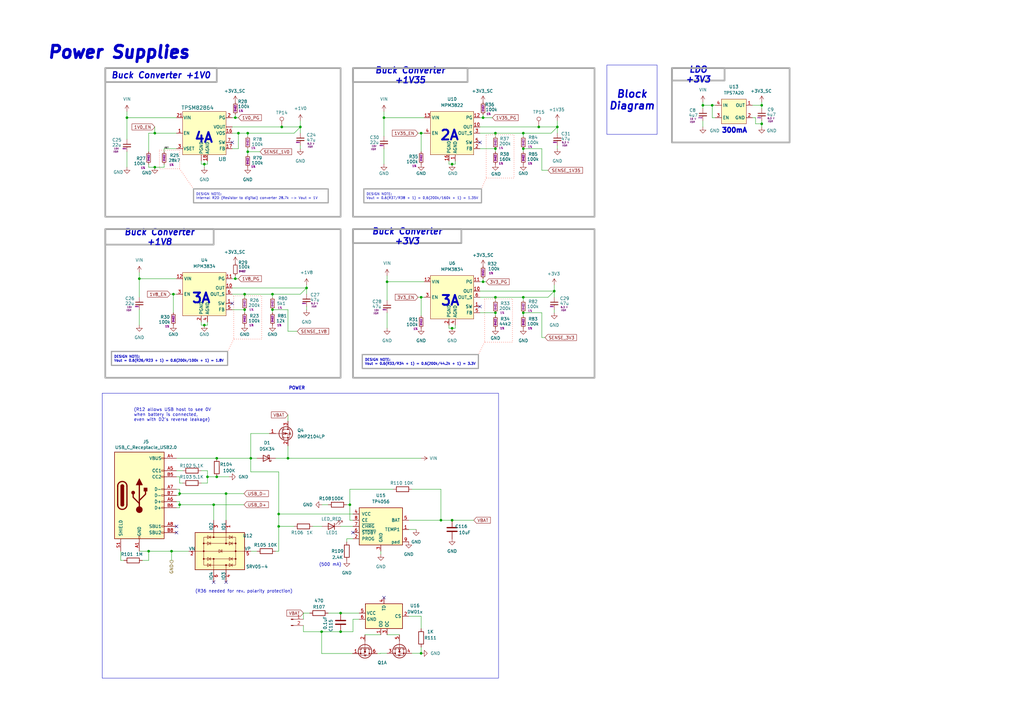
<source format=kicad_sch>
(kicad_sch (version 20250114) (generator "eeschema") (generator_version "9.0")
  (paper "A3")
  (title_block (title "Power Supplies") (date "2024-09-22") (rev "1.0"))
  (rectangle (start 198.755 122.555) (end 210.185 140.335) (stroke (width 0.2) (type dot) (color 255 28 5 1)))
  (rectangle (start 41.91 161.29) (end 204.47 278.13))
  (rectangle (start 43.18 93.98) (end 139.7 154.94) (stroke (width 0.7) (color 168 168 168 1)))
  (rectangle (start 199.39 55.245) (end 210.82 73.025) (stroke (width 0.2) (type dot) (color 255 28 5 1)))
  (rectangle (start 65.405 61.595) (end 73.66 69.215) (stroke (width 0.2) (type dot) (color 255 28 5 1)))
  (rectangle (start 275.59 27.94) (end 323.85 58.42) (stroke (width 0.7) (color 168 168 168 1)))
  (rectangle (start 43.18 27.94) (end 139.7 88.9) (stroke (width 0.7) (color 168 168 168 1)))
  (rectangle (start 144.78 27.94) (end 243.84 88.9) (stroke (width 0.7) (color 168 168 168 1)))
  (rectangle (start 95.885 121.285) (end 107.315 139.065) (stroke (width 0.2) (type dot) (color 255 28 5 1)))
  (rectangle (start 144.78 93.98) (end 243.84 154.94) (stroke (width 0.7) (color 168 168 168 1)))
  (text "2A" (at 184.404 55.626 0) (effects (font (size 4 4) (thickness 0.8) (bold yes))))
  (text "POWER" (at 118.364 160.02 0) (effects (font (size 1.27 1.27) (thickness 0.254) (bold yes)) (justify left bottom)))
  (text "(500 mA)" (at 130.81 232.41 0) (effects (font (size 1.27 1.27)) (justify left bottom)))
  (text "(R12 allows USB host to see 0V\nwhen battery is connected,\neven with D2's reverse leakage)" (at 54.864 172.974 0) (effects (font (size 1.27 1.27)) (justify left bottom)))
  (text "4A" (at 83.566 56.642 0) (effects (font (size 4 4) (thickness 0.8) (bold yes))))
  (text "Power Supplies" (at 48.768 21.59 0) (effects (font (size 5 5) (thickness 1.2) (bold yes) (italic yes))))
  (text "(R36 needed for rev. polarity protection)" (at 80.01 243.332 0) (effects (font (size 1.27 1.27)) (justify left bottom)))
  (text "3A" (at 184.658 123.444 0) (effects (font (size 4 4) (thickness 0.8) (bold yes))))
  (text "3A" (at 82.55 122.428 0) (effects (font (size 4 4) (thickness 0.8) (bold yes))))
  (text "300mA" (at 301.244 53.594 0) (effects (font (size 2 2) (thickness 0.8) (bold yes))))
  (text_box "Buck Converter +3V3" (at 144.78 93.98 0) (size 44.45 5.715) (margins 2.225 2.225 2.225 2.225) (stroke (width 0.7) (color 168 168 168 1)) (effects (font (size 2.5 2.5) (bold yes) (italic yes))))
  (text_box "DESIGN NOTE:\nInternal R2D (Resistor to digital) converter 28.7k -> Vout = 1V" (at 79.375 77.47 0) (size 55.245 5.715) (margins 1 1 1 1) (stroke (width 0.5) (color 168 168 168 1)) (effects (font (size 1 1) (thickness 0.125)) (justify left)))
  (text_box "Block\nDiagram" (at 248.92 26.67 0) (size 20.574 28.448) (margins 2.25 2.25 2.25 2.25) (effects (font (size 3 3) (thickness 0.6) (bold yes) (italic yes))))
  (text_box "DESIGN NOTE:\nVout = 0.6(R33/R34 + 1) = 0,6(200k/44.2k + 1) = 3.3V" (at 148.59 145.415 0) (size 47.625 5.715) (margins 1 1 1 1) (stroke (width 0.5) (color 168 168 168 1)) (effects (font (size 1 1) (bold yes)) (justify left)))
  (text_box "LDO +3V3" (at 275.59 27.94 0) (size 21.59 5.08) (margins 2.225 2.225 2.225 2.225) (stroke (width 0.7) (color 168 168 168 1)) (effects (font (size 2.5 2.5) (bold yes) (italic yes))))
  (text_box "Buck Converter +1V35" (at 144.78 27.94 0) (size 46.99 5.715) (margins 2.225 2.225 2.225 2.225) (stroke (width 0.7) (color 168 168 168 1)) (effects (font (size 2.5 2.5) (bold yes) (italic yes))))
  (text_box "DESIGN NOTE:\nVout = 0.6(R37/R38 + 1) = 0,6(200k/160k + 1) = 1.35V" (at 149.225 77.47 0) (size 48.26 5.715) (margins 1 1 1 1) (stroke (width 0.5) (color 168 168 168 1)) (effects (font (size 1 1) (thickness 0.125)) (justify left)))
  (text_box "DESIGN NOTE:\nVout = 0.6(R26/R23 + 1) = 0.6(200k/100k + 1) = 1.8V" (at 45.72 144.145 0) (size 47.625 5.715) (margins 1 1 1 1) (stroke (width 0.5) (color 168 168 168 1)) (effects (font (size 1 1) (bold yes)) (justify left)))
  (text_box "Buck Converter +1V8" (at 43.18 93.98 0) (size 44.45 6.35) (margins 2.225 2.225 2.225 2.225) (stroke (width 0.7) (color 168 168 168 1)) (effects (font (size 2.5 2.5) (bold yes) (italic yes))))
  (text_box "Buck Converter +1V0" (at 43.18 27.94 0) (size 45.72 5.715) (margins 2.225 2.225 2.225 2.225) (stroke (width 0.7) (color 168 168 168 1)) (effects (font (size 2.5 2.5) (bold yes) (italic yes))))
  (junction (at 111.76 120.65))
  (junction (at 139.7 251.46))
  (junction (at 228.6 52.07))
  (junction (at 172.72 54.61))
  (junction (at 100.33 120.65))
  (junction (at 114.3 215.9))
  (junction (at 63.5 54.61))
  (junction (at 185.42 213.36))
  (junction (at 125.73 118.11))
  (junction (at 88.9 195.58))
  (junction (at 312.42 43.18))
  (junction (at 85.09 195.58))
  (junction (at 203.2 128.27))
  (junction (at 73.66 202.438))
  (junction (at 123.19 52.07))
  (junction (at 185.42 67.31))
  (junction (at 71.12 120.65))
  (junction (at 203.2 60.96))
  (junction (at 214.63 121.92))
  (junction (at 87.63 207.01))
  (junction (at 158.75 115.57))
  (junction (at 101.6 54.61))
  (junction (at 114.3 210.82))
  (junction (at 118.11 187.96))
  (junction (at 96.52 48.26))
  (junction (at 220.98 52.07))
  (junction (at 214.63 128.27))
  (junction (at 52.07 48.26))
  (junction (at 88.9 187.96))
  (junction (at 111.76 127))
  (junction (at 312.42 50.8))
  (junction (at 203.2 54.61))
  (junction (at 92.71 202.438))
  (junction (at 83.82 133.35))
  (junction (at 101.6 62.23))
  (junction (at 292.1 43.18))
  (junction (at 214.63 60.96))
  (junction (at 83.82 67.31))
  (junction (at 143.51 207.01))
  (junction (at 198.12 115.57))
  (junction (at 214.63 54.61))
  (junction (at 97.79 54.61))
  (junction (at 139.7 259.08))
  (junction (at 63.5 68.58))
  (junction (at 96.52 114.3))
  (junction (at 57.15 114.3))
  (junction (at 185.42 134.62))
  (junction (at 60.96 226.06))
  (junction (at 288.29 43.18))
  (junction (at 157.48 48.26))
  (junction (at 131.9078 259.08))
  (junction (at 73.66 207.01))
  (junction (at 227.33 119.38))
  (junction (at 172.72 121.92))
  (junction (at 115.57 52.07))
  (junction (at 198.12 48.26))
  (junction (at 172.72 267.97))
  (junction (at 102.87 187.96))
  (junction (at 203.2 121.92))
  (junction (at 70.358 226.06))
  (junction (at 180.848 213.36))
  (junction (at 100.33 127))
  (no_connect (at 92.71 238.76))
  (no_connect (at 95.25 124.46))
  (no_connect (at 72.39 215.9))
  (no_connect (at 87.63 238.76))
  (no_connect (at 196.85 58.42))
  (no_connect (at 157.48 245.11))
  (no_connect (at 95.25 58.42))
  (no_connect (at 144.78 218.44))
  (no_connect (at 196.85 125.73))
  (no_connect (at 72.39 218.44))
  (wire (pts (xy 97.79 54.61) (xy 97.79 60.96)) (stroke (width 0.1524)))
  (wire (pts (xy 186.69 133.35) (xy 186.69 134.62)))
  (wire (pts (xy 149.6878 260.35) (xy 156.21 260.35)))
  (wire (pts (xy 72.39 200.66) (xy 73.66 200.66)))
  (wire (pts (xy 214.63 60.96) (xy 214.63 62.23)))
  (wire (pts (xy 57.15 114.3) (xy 72.39 114.3)))
  (wire (pts (xy 158.75 260.35) (xy 163.83 260.35)))
  (wire (pts (xy 228.6 52.07) (xy 228.6 54.61)))
  (wire (pts (xy 72.39 195.58) (xy 73.66 195.58)))
  (wire (pts (xy 73.66 205.74) (xy 73.66 207.01)))
  (wire (pts (xy 132.08 207.01) (xy 134.62 207.01)))
  (wire (pts (xy 67.31 60.96) (xy 72.39 60.96)))
  (wire (pts (xy 87.63 207.01) (xy 100.076 207.01)))
  (wire (pts (xy 309.88 50.8) (xy 309.88 48.26)))
  (wire (pts (xy 220.98 52.07) (xy 228.6 52.07)))
  (wire (pts (xy 222.25 138.43) (xy 223.52 138.43)))
  (wire (pts (xy 49.53 229.87) (xy 50.8 229.87)))
  (wire (pts (xy 58.42 229.87) (xy 60.96 229.87)))
  (wire (pts (xy 171.45 54.61) (xy 172.72 54.61)))
  (wire (pts (xy 196.85 119.38) (xy 227.33 119.38)))
  (wire (pts (xy 172.72 121.92) (xy 172.72 129.54)))
  (wire (pts (xy 288.29 49.53) (xy 288.29 52.07)))
  (wire (pts (xy 101.6 63.5) (xy 101.6 62.23)))
  (wire (pts (xy 312.42 41.91) (xy 312.42 43.18)))
  (wire (pts (xy 85.09 67.31) (xy 85.09 66.04)))
  (wire (pts (xy 312.42 43.18) (xy 312.42 44.45)))
  (wire (pts (xy 203.2 123.19) (xy 203.2 121.92)) (stroke (width 0.1524)))
  (wire (pts (xy 227.33 116.84) (xy 227.33 119.38)))
  (wire (pts (xy 100.33 120.65) (xy 111.76 120.65)) (stroke (width 0.1524)))
  (wire (pts (xy 101.6 54.61) (xy 120.65 54.61)) (stroke (width 0.1524)))
  (wire (pts (xy 198.12 115.57) (xy 196.85 115.57)))
  (wire (pts (xy 172.72 265.43) (xy 172.72 267.97)))
  (wire (pts (xy 60.96 68.58) (xy 63.5 68.58)))
  (wire (pts (xy 154.7678 268.0301) (xy 156.0378 268.0301)))
  (wire (pts (xy 111.76 120.65) (xy 111.76 121.92)) (stroke (width 0.1524)))
  (wire (pts (xy 196.85 52.07) (xy 220.98 52.07)))
  (wire (pts (xy 57.15 226.06) (xy 60.96 226.06)))
  (wire (pts (xy 198.12 114.3) (xy 198.12 115.57)))
  (wire (pts (xy 180.848 200.66) (xy 180.848 213.36)))
  (wire (pts (xy 214.63 129.54) (xy 214.63 128.27)))
  (wire (pts (xy 203.2 54.61) (xy 214.63 54.61)) (stroke (width 0.1524)))
  (wire (pts (xy 144.78 213.36) (xy 143.51 213.36)))
  (wire (pts (xy 144.78 259.08) (xy 144.78 254)))
  (wire (pts (xy 184.15 66.04) (xy 184.15 67.31)))
  (wire (pts (xy 114.3 193.548) (xy 114.3 210.82)))
  (wire (pts (xy 60.96 229.87) (xy 60.96 226.06)))
  (wire (pts (xy 167.64 252.73) (xy 172.72 252.73)))
  (wire (pts (xy 144.78 220.98) (xy 142.24 220.98)))
  (wire (pts (xy 185.42 134.62) (xy 186.69 134.62)))
  (wire (pts (xy 114.3 210.82) (xy 114.3 215.9)))
  (wire (pts (xy 124.46 251.46) (xy 124.46 254)))
  (wire (pts (xy 87.63 213.36) (xy 87.63 207.01)))
  (wire (pts (xy 73.66 195.58) (xy 73.66 198.12)))
  (wire (pts (xy 214.63 54.61) (xy 214.63 55.88)) (stroke (width 0.1524)))
  (wire (pts (xy 227.33 128.27) (xy 227.33 127)))
  (wire (pts (xy 125.73 116.84) (xy 125.73 118.11)))
  (wire (pts (xy 156.21 226.06) (xy 156.21 227.33)))
  (wire (pts (xy 57.15 133.35) (xy 57.15 127)))
  (wire (pts (xy 312.42 49.53) (xy 312.42 50.8)))
  (wire (pts (xy 72.39 205.74) (xy 73.66 205.74)))
  (wire (pts (xy 95.25 120.65) (xy 100.33 120.65)) (stroke (width 0.1524)))
  (wire (pts (xy 131.9078 268.0301) (xy 144.6078 268.0301)))
  (wire (pts (xy 63.5 54.61) (xy 72.39 54.61)))
  (wire (pts (xy 113.03 187.96) (xy 118.11 187.96)))
  (wire (pts (xy 124.46 259.08) (xy 131.9078 259.08)))
  (wire (pts (xy 49.53 226.06) (xy 49.53 229.87)))
  (wire (pts (xy 123.19 54.61) (xy 123.19 52.07)))
  (wire (pts (xy 96.52 48.26) (xy 95.25 48.26)))
  (wire (pts (xy 101.6 62.23) (xy 106.68 62.23)))
  (wire (pts (xy 73.66 207.01) (xy 87.63 207.01)))
  (wire (pts (xy 57.15 114.3) (xy 57.15 121.92)))
  (wire (pts (xy 118.11 187.96) (xy 172.72 187.96)))
  (wire (pts (xy 196.85 60.96) (xy 203.2 60.96)))
  (wire (pts (xy 167.64 217.17) (xy 170.688 217.17)))
  (wire (pts (xy 100.33 121.92) (xy 100.33 120.65)) (stroke (width 0.1524)))
  (wire (pts (xy 82.55 133.35) (xy 83.82 133.35)))
  (wire (pts (xy 222.25 60.96) (xy 214.63 60.96)))
  (wire (pts (xy 125.73 118.11) (xy 125.73 120.65)))
  (wire (pts (xy 102.87 177.8) (xy 102.87 187.96)))
  (wire (pts (xy 85.09 132.08) (xy 85.09 133.35)))
  (wire (pts (xy 114.3 210.82) (xy 144.78 210.82)))
  (wire (pts (xy 184.15 134.62) (xy 185.42 134.62)))
  (wire (pts (xy 52.07 48.26) (xy 72.39 48.26)))
  (wire (pts (xy 309.88 48.26) (xy 308.61 48.26)))
  (wire (pts (xy 201.93 48.26) (xy 198.12 48.26)))
  (wire (pts (xy 95.25 54.61) (xy 97.79 54.61)) (stroke (width 0.1524)))
  (polyline (pts (xy 73.66 69.215) (xy 79.375 77.47)) (stroke (width 0.2) (type dot) (color 255 28 5 1)))
  (wire (pts (xy 185.42 67.31) (xy 186.69 67.31)))
  (wire (pts (xy 168.91 200.66) (xy 180.848 200.66)))
  (wire (pts (xy 222.25 69.85) (xy 222.25 60.96)))
  (wire (pts (xy 288.29 41.91) (xy 288.29 43.18)))
  (wire (pts (xy 308.61 43.18) (xy 312.42 43.18)))
  (wire (pts (xy 157.48 45.72) (xy 157.48 48.26)))
  (wire (pts (xy 309.88 50.8) (xy 312.42 50.8)))
  (wire (pts (xy 143.51 207.01) (xy 143.51 200.66)))
  (wire (pts (xy 72.39 120.65) (xy 71.12 120.65)))
  (wire (pts (xy 63.5 68.58) (xy 67.31 68.58)))
  (wire (pts (xy 157.48 48.26) (xy 157.48 55.88)))
  (wire (pts (xy 88.9 195.58) (xy 93.98 195.58)))
  (wire (pts (xy 156.0378 267.97) (xy 158.75 267.97)))
  (wire (pts (xy 214.63 121.92) (xy 224.79 121.92)) (stroke (width 0.1524)))
  (wire (pts (xy 196.85 121.92) (xy 203.2 121.92)) (stroke (width 0.1524)))
  (wire (pts (xy 224.79 121.92) (xy 227.33 119.38)) (stroke (width 0.1524)))
  (wire (pts (xy 70.358 226.06) (xy 77.47 226.06)))
  (wire (pts (xy 95.25 60.96) (xy 97.79 60.96)) (stroke (width 0.1524)))
  (wire (pts (xy 102.87 226.06) (xy 105.41 226.06)))
  (wire (pts (xy 92.71 202.438) (xy 100.076 202.438)))
  (wire (pts (xy 102.87 193.548) (xy 102.87 187.96)))
  (wire (pts (xy 57.15 111.76) (xy 57.15 114.3)))
  (wire (pts (xy 115.57 52.07) (xy 123.19 52.07)))
  (wire (pts (xy 95.25 52.07) (xy 115.57 52.07)))
  (polyline (pts (xy 199.39 73.025) (xy 197.485 77.47)) (stroke (width 0.2) (type dot) (color 255 28 5 1)))
  (wire (pts (xy 101.6 62.23) (xy 101.6 60.96)))
  (wire (pts (xy 227.33 119.38) (xy 227.33 121.92)))
  (wire (pts (xy 203.2 62.23) (xy 203.2 60.96)))
  (wire (pts (xy 228.6 60.96) (xy 228.6 59.69)))
  (wire (pts (xy 172.72 54.61) (xy 173.99 54.61)))
  (wire (pts (xy 198.12 48.26) (xy 196.85 48.26)))
  (wire (pts (xy 172.72 267.97) (xy 168.91 267.97)))
  (wire (pts (xy 131.9078 259.08) (xy 139.7 259.08)))
  (wire (pts (xy 123.19 49.53) (xy 123.19 52.07)))
  (wire (pts (xy 60.96 68.58) (xy 60.96 67.31)))
  (wire (pts (xy 118.11 127) (xy 111.76 127)))
  (wire (pts (xy 292.1 43.18) (xy 292.1 48.26)))
  (wire (pts (xy 184.15 133.35) (xy 184.15 134.62)))
  (wire (pts (xy 102.87 187.96) (xy 105.41 187.96)))
  (wire (pts (xy 293.37 48.26) (xy 292.1 48.26)))
  (wire (pts (xy 101.6 54.61) (xy 101.6 55.88)) (stroke (width 0.1524)))
  (wire (pts (xy 73.66 202.438) (xy 92.71 202.438)))
  (wire (pts (xy 123.19 120.65) (xy 125.73 118.11)) (stroke (width 0.1524)))
  (wire (pts (xy 60.96 226.06) (xy 70.358 226.06)))
  (wire (pts (xy 82.55 193.04) (xy 85.09 193.04)))
  (wire (pts (xy 186.69 66.04) (xy 186.69 67.31)))
  (wire (pts (xy 288.29 43.18) (xy 288.29 44.45)))
  (wire (pts (xy 312.42 50.8) (xy 312.42 52.07)))
  (wire (pts (xy 199.39 115.57) (xy 198.12 115.57)))
  (wire (pts (xy 158.75 115.57) (xy 158.75 123.19)))
  (wire (pts (xy 85.09 195.58) (xy 85.09 198.12)))
  (wire (pts (xy 124.46 251.46) (xy 127 251.46)))
  (wire (pts (xy 198.12 46.99) (xy 198.12 48.26)))
  (wire (pts (xy 149.6878 260.35) (xy 149.6878 260.4101)))
  (wire (pts (xy 67.31 60.96) (xy 67.31 62.23)))
  (wire (pts (xy 292.1 43.18) (xy 293.37 43.18)))
  (wire (pts (xy 88.9 187.96) (xy 102.87 187.96)))
  (wire (pts (xy 100.33 128.27) (xy 100.33 127)))
  (wire (pts (xy 92.71 202.438) (xy 92.71 213.36)))
  (wire (pts (xy 118.11 135.89) (xy 118.11 127)))
  (wire (pts (xy 156.0378 268.0301) (xy 156.0378 267.97)))
  (wire (pts (xy 158.75 113.03) (xy 158.75 115.57)))
  (wire (pts (xy 60.96 54.61) (xy 60.96 62.23)))
  (wire (pts (xy 222.25 138.43) (xy 222.25 128.27)))
  (wire (pts (xy 97.79 48.26) (xy 96.52 48.26)))
  (wire (pts (xy 69.85 120.65) (xy 71.12 120.65)))
  (wire (pts (xy 120.65 54.61) (xy 123.19 52.07)) (stroke (width 0.1524)))
  (wire (pts (xy 118.11 170.18) (xy 118.11 172.72)))
  (wire (pts (xy 73.66 208.28) (xy 72.39 208.28)))
  (wire (pts (xy 114.3 226.06) (xy 114.3 215.9)))
  (wire (pts (xy 96.52 46.99) (xy 96.52 48.26)))
  (wire (pts (xy 222.25 128.27) (xy 214.63 128.27)))
  (wire (pts (xy 70.358 229.87) (xy 70.358 226.06)))
  (wire (pts (xy 96.52 113.03) (xy 96.52 114.3)))
  (wire (pts (xy 157.48 48.26) (xy 173.99 48.26)))
  (wire (pts (xy 114.3 193.548) (xy 102.87 193.548)))
  (wire (pts (xy 214.63 54.61) (xy 226.06 54.61)) (stroke (width 0.1524)))
  (wire (pts (xy 110.49 177.8) (xy 102.87 177.8)))
  (wire (pts (xy 52.07 68.58) (xy 52.07 62.23)))
  (wire (pts (xy 111.76 120.65) (xy 123.19 120.65)) (stroke (width 0.1524)))
  (wire (pts (xy 157.48 67.31) (xy 157.48 60.96)))
  (wire (pts (xy 63.5 52.07) (xy 63.5 54.61)))
  (wire (pts (xy 97.79 54.61) (xy 101.6 54.61)) (stroke (width 0.1524)))
  (wire (pts (xy 139.7 215.9) (xy 144.78 215.9)))
  (wire (pts (xy 142.24 220.98) (xy 142.24 222.25)))
  (wire (pts (xy 128.27 215.9) (xy 132.08 215.9)))
  (wire (pts (xy 73.66 198.12) (xy 74.93 198.12)))
  (wire (pts (xy 143.51 200.66) (xy 161.29 200.66)))
  (wire (pts (xy 172.72 252.73) (xy 172.72 257.81)))
  (wire (pts (xy 83.82 68.58) (xy 83.82 67.31)))
  (wire (pts (xy 85.09 67.31) (xy 83.82 67.31)))
  (wire (pts (xy 60.96 54.61) (xy 63.5 54.61)))
  (wire (pts (xy 82.55 67.31) (xy 82.55 66.04)))
  (wire (pts (xy 118.11 182.88) (xy 118.11 187.96)))
  (wire (pts (xy 158.75 115.57) (xy 173.99 115.57)))
  (wire (pts (xy 72.39 187.96) (xy 88.9 187.96)))
  (wire (pts (xy 113.03 226.06) (xy 114.3 226.06)))
  (wire (pts (xy 73.66 207.01) (xy 73.66 208.28)))
  (wire (pts (xy 85.09 198.12) (xy 82.55 198.12)))
  (wire (pts (xy 85.09 193.04) (xy 85.09 195.58)))
  (wire (pts (xy 196.85 54.61) (xy 203.2 54.61)) (stroke (width 0.1524)))
  (wire (pts (xy 52.07 45.72) (xy 52.07 48.26)))
  (polyline (pts (xy 198.755 140.335) (xy 196.215 145.415)) (stroke (width 0.2) (type dot) (color 255 28 5 1)))
  (wire (pts (xy 82.55 67.31) (xy 83.82 67.31)))
  (wire (pts (xy 222.25 69.85) (xy 224.79 69.85)))
  (wire (pts (xy 226.06 54.61) (xy 228.6 52.07)) (stroke (width 0.1524)))
  (wire (pts (xy 131.9078 259.08) (xy 131.9078 268.0301)))
  (wire (pts (xy 184.15 67.31) (xy 185.42 67.31)))
  (wire (pts (xy 111.76 127) (xy 111.76 128.27)))
  (wire (pts (xy 114.3 215.9) (xy 120.65 215.9)))
  (wire (pts (xy 74.93 193.04) (xy 72.39 193.04)))
  (wire (pts (xy 73.66 203.2) (xy 72.39 203.2)))
  (wire (pts (xy 97.79 114.3) (xy 96.52 114.3)))
  (wire (pts (xy 196.85 128.27) (xy 203.2 128.27)))
  (wire (pts (xy 95.25 118.11) (xy 125.73 118.11)))
  (wire (pts (xy 123.19 60.96) (xy 123.19 59.69)))
  (wire (pts (xy 73.66 202.438) (xy 73.66 203.2)))
  (wire (pts (xy 142.24 207.01) (xy 143.51 207.01)))
  (wire (pts (xy 139.7 259.08) (xy 144.78 259.08)))
  (wire (pts (xy 172.72 54.61) (xy 172.72 62.23)))
  (wire (pts (xy 158.75 134.62) (xy 158.75 128.27)))
  (wire (pts (xy 124.46 256.54) (xy 124.46 259.08)))
  (wire (pts (xy 203.2 121.92) (xy 214.63 121.92)) (stroke (width 0.1524)))
  (wire (pts (xy 67.31 67.31) (xy 67.31 68.58)))
  (wire (pts (xy 134.62 251.46) (xy 139.7 251.46)))
  (wire (pts (xy 228.6 49.53) (xy 228.6 52.07)))
  (wire (pts (xy 185.42 213.36) (xy 194.31 213.36)))
  (wire (pts (xy 180.848 213.36) (xy 185.42 213.36)))
  (wire (pts (xy 214.63 121.92) (xy 214.63 123.19)) (stroke (width 0.1524)))
  (wire (pts (xy 73.66 200.66) (xy 73.66 202.438)))
  (wire (pts (xy 288.29 43.18) (xy 292.1 43.18)))
  (wire (pts (xy 144.78 254) (xy 147.32 254)))
  (wire (pts (xy 203.2 55.88) (xy 203.2 54.61)) (stroke (width 0.1524)))
  (wire (pts (xy 167.64 213.36) (xy 180.848 213.36)))
  (wire (pts (xy 82.55 132.08) (xy 82.55 133.35)))
  (polyline (pts (xy 95.885 139.065) (xy 93.345 144.145)) (stroke (width 0.2) (type dot) (color 255 28 5 1)))
  (wire (pts (xy 139.7 251.46) (xy 147.32 251.46)))
  (wire (pts (xy 171.45 121.92) (xy 172.72 121.92)))
  (wire (pts (xy 125.73 127) (xy 125.73 125.73)))
  (wire (pts (xy 203.2 129.54) (xy 203.2 128.27)))
  (wire (pts (xy 143.51 213.36) (xy 143.51 207.01)))
  (wire (pts (xy 96.52 114.3) (xy 95.25 114.3)))
  (wire (pts (xy 52.07 57.15) (xy 52.07 48.26)))
  (wire (pts (xy 95.25 127) (xy 100.33 127)))
  (wire (pts (xy 71.12 120.65) (xy 71.12 128.27)))
  (wire (pts (xy 85.09 195.58) (xy 88.9 195.58)))
  (wire (pts (xy 172.72 121.92) (xy 173.99 121.92)))
  (wire (pts (xy 85.09 133.35) (xy 83.82 133.35)))
  (wire (pts (xy 118.11 135.89) (xy 121.92 135.89)))
  (label "VSET" (at 67.31 60.96 0) (effects (font (size 0.5 0.5))))
  (global_label "3V3_EN" (shape input) (at 171.45 121.92 180) (property "Intersheetrefs" "${INTERSHEET_REFS}" (effects (hide yes))))
  (global_label "1V35_EN" (shape input) (at 171.45 54.61 180) (property "Intersheetrefs" "${INTERSHEET_REFS}" (effects (hide yes))))
  (global_label "3V3_PG" (shape input) (at 199.39 115.57 0) (property "Intersheetrefs" "${INTERSHEET_REFS}" (effects (hide yes))))
  (global_label "1V8_EN" (shape input) (at 69.85 120.65 180) (property "Intersheetrefs" "${INTERSHEET_REFS}" (effects (hide yes))))
  (global_label "1V35_PG" (shape input) (at 201.93 48.26 0) (property "Intersheetrefs" "${INTERSHEET_REFS}" (effects (hide yes))))
  (global_label "SENSE_3V3" (shape input) (at 223.52 138.43 0) (property "Intersheetrefs" "${INTERSHEET_REFS}" (effects (hide yes))))
  (global_label "USB_D-" (shape input) (at 100.076 202.438 0) (property "Intersheetrefs" "${INTERSHEET_REFS}" (effects (hide yes))))
  (global_label "VBAT" (shape input) (at 124.46 251.46 180) (property "Intersheetrefs" "${INTERSHEET_REFS}" (effects (hide yes))))
  (global_label "VBAT" (shape input) (at 194.31 213.36 0) (property "Intersheetrefs" "${INTERSHEET_REFS}" (effects (hide yes))))
  (global_label "1V0_EN" (shape input) (at 63.5 52.07 180) (property "Intersheetrefs" "${INTERSHEET_REFS}" (effects (hide yes))))
  (global_label "SENSE_1V35" (shape input) (at 224.79 69.85 0) (property "Intersheetrefs" "${INTERSHEET_REFS}" (effects (hide yes))))
  (global_label "SENSE_1V0" (shape input) (at 106.68 62.23 0) (property "Intersheetrefs" "${INTERSHEET_REFS}" (effects (hide yes))))
  (global_label "1V8_PG" (shape input) (at 97.79 114.3 0) (property "Intersheetrefs" "${INTERSHEET_REFS}" (effects (hide yes))))
  (global_label "USB_D+" (shape input) (at 100.076 207.01 0) (property "Intersheetrefs" "${INTERSHEET_REFS}" (effects (hide yes))))
  (global_label "VBAT" (shape input) (at 118.11 170.18 180) (property "Intersheetrefs" "${INTERSHEET_REFS}" (effects (hide yes))))
  (global_label "SENSE_1V8" (shape input) (at 121.92 135.89 0) (property "Intersheetrefs" "${INTERSHEET_REFS}" (effects (hide yes))))
  (global_label "1V0_PG" (shape input) (at 97.79 48.26 0) (property "Intersheetrefs" "${INTERSHEET_REFS}" (effects (hide yes))))
  (hierarchical_label "GND" (shape output) (at 70.358 229.87 270))
  (symbol (lib_id "Device:R_Small") (at 203.2 58.42 0) (unit 1)
    (property "Reference" "R37" (at 204.978 56.896 0) (effects (justify left)))
    (property "Value" "200k" (at 204.724 58.928 0) (effects (justify left)))
    (property "Footprint" "Resistor_SMD:R_0402_1005Metric" (effects (hide yes)))
    (property "Description" "Resistor, small symbol" (effects (hide yes)))
    (property "Tolerance" "1%" (at 205.486 60.706 0) (effects (font (size 0.8 0.8))))
    (property "Package" "0402" (at 203.2 58.42 90) (effects (font (size 0.7 0.7))))
    (property "LCSC Part" "C137903" (effects (hide yes)))
  )
  (symbol (lib_id "MyLibrary:TPS7A20") (at 300.99 45.72 0) (unit 1)
    (property "Reference" "U13" (at 300.99 35.56 0))
    (property "Value" "TPS7A20" (at 300.99 38.1 0))
    (property "Footprint" "Mylibrary:TLV707" (effects (hide yes)))
    (property "LCSC Part" "gia" (effects (hide yes)))
  )
  (symbol (lib_id "power:VDD") (at 57.15 111.76 0) (unit 1)
    (property "Reference" "#PWR052" (effects (hide yes)))
    (property "Value" "VIN" (at 57.15 106.68 0))
    (property "Description" "Power symbol creates a global label with name \"Vin\"" (effects (hide yes)))
  )
  (symbol (lib_id "MyLibrary:MPM3834") (at 185.42 121.92 0) (unit 1)
    (property "Reference" "U6" (at 185.42 107.95 0))
    (property "Value" "MPM3834" (at 185.42 110.49 0))
    (property "Footprint" "Mylibrary:MPM3834" (effects (hide yes)))
    (property "Digikey" "MPM3834CGPA-Z" (effects (hide yes)))
  )
  (symbol (lib_id "Device:R_Small") (at 111.76 130.81 0) (unit 1)
    (property "Reference" "R81" (at 113.792 129.54 0) (effects (justify left)))
    (property "Value" "12k" (at 113.284 131.572 0) (effects (justify left)))
    (property "Footprint" "Resistor_SMD:R_0402_1005Metric" (effects (hide yes)))
    (property "Description" "Resistor, small symbol" (effects (hide yes)))
    (property "Tolerance" "1%" (at 114.554 133.35 0) (effects (font (size 0.8 0.8))))
    (property "Package" "0402" (at 111.76 130.81 90) (effects (font (size 0.7 0.7))))
    (property "LCSC Part" "gia" (effects (hide yes)))
  )
  (symbol (lib_id "Device:R_Small") (at 96.52 110.49 0) (mirror y) (unit 1)
    (property "Reference" "R29" (at 101.6 107.696 0) (effects (justify left)))
    (property "Value" "100k" (at 102.616 109.474 0) (effects (justify left)))
    (property "Footprint" "Resistor_SMD:R_0402_1005Metric" (effects (hide yes)))
    (property "Description" "Resistor, small symbol" (effects (hide yes)))
    (property "Package" "0402" (at 99.314 111.252 0) (effects (font (size 0.7 0.7))))
    (property "LCSC Part" "C60491" (effects (hide yes)))
  )
  (symbol (lib_id "power:VDD") (at 158.75 113.03 0) (unit 1)
    (property "Reference" "#PWR054" (effects (hide yes)))
    (property "Value" "VIN" (at 158.75 107.95 0))
    (property "Description" "Power symbol creates a global label with name \"Vin\"" (effects (hide yes)))
  )
  (symbol (lib_id "power:GND") (at 71.12 133.35 0) (unit 1)
    (property "Reference" "#PWR049" (effects (hide yes)))
    (property "Value" "GND" (at 71.12 137.16 0))
    (property "Description" "Power symbol creates a global label with name \"GND\" , ground" (effects (hide yes)))
  )
  (symbol (lib_id "power:GND") (at 203.2 134.62 0) (unit 1)
    (property "Reference" "#PWR059" (effects (hide yes)))
    (property "Value" "GND" (at 203.2 138.684 0))
    (property "Description" "Power symbol creates a global label with name \"GND\" , ground" (effects (hide yes)))
  )
  (symbol (lib_id "power:+3V3") (at 227.33 116.84 0) (mirror y) (unit 1)
    (property "Reference" "#PWR060" (effects (hide yes)))
    (property "Value" "+3V3" (at 227.076 112.268 0))
    (property "Description" "Power symbol creates a global label with name \"+3V3\"" (effects (hide yes)))
  )
  (symbol (lib_id "Device:Q_PMOS_GSD") (at 115.57 177.8 0) (unit 1)
    (property "Reference" "Q4" (at 121.92 176.5299 0) (effects (justify left)))
    (property "Value" "DMP2104LP" (at 121.92 179.0699 0) (effects (justify left)))
    (property "Footprint" "fp:Diodes_DFN1411-3" (effects (hide yes)))
    (property "LCSC" "C260933" (effects (hide yes)))
    (property "JLCPCB Rotation Offset" "180" (effects (hide yes)))
  )
  (symbol (lib_name "C_Small_1") (lib_id "Device:C_Small") (at 288.29 46.99 0) (unit 1)
    (property "Reference" "C8" (at 282.702 45.212 0) (effects (justify left)))
    (property "Value" "4u7" (at 282.448 47.244 0) (effects (justify left)))
    (property "Footprint" "Capacitor_SMD:C_0402_1005Metric" (effects (hide yes)))
    (property "Description" "Unpolarized capacitor, small symbol" (effects (hide yes)))
    (property "Rating" "10 V" (at 284.226 48.768 0) (effects (font (size 0.7 0.7))))
    (property "Type" "X5R" (at 283.972 50.038 0) (effects (font (size 0.7 0.7))))
    (property "Package" "0402" (at 287.274 48.26 0) (effects (font (size 0.4 0.4))))
    (property "LCSC Part" " C368809" (effects (hide yes)))
  )
  (symbol (lib_id "power:GND") (at 63.5 68.58 0) (unit 1)
    (property "Reference" "#PWR040" (effects (hide yes)))
    (property "Value" "GND" (at 60.198 70.866 0))
    (property "Description" "Power symbol creates a global label with name \"GND\" , ground" (effects (hide yes)))
  )
  (symbol (lib_id "power:GND") (at 167.64 222.25 0) (unit 1)
    (property "Reference" "#PWR0208" (effects (hide yes)))
    (property "Value" "GND" (at 167.64 227.33 0))
    (property "Description" "Power symbol creates a global label with name \"GND\" , ground" (effects (hide yes)))
  )
  (symbol (lib_id "power:GND") (at 142.24 229.87 0) (unit 1)
    (property "Reference" "#PWR0204" (effects (hide yes)))
    (property "Value" "GND" (at 142.24 234.95 0))
    (property "Description" "Power symbol creates a global label with name \"GND\" , ground" (effects (hide yes)))
  )
  (symbol (lib_id "Device:R_Small") (at 100.33 124.46 0) (unit 1)
    (property "Reference" "R26" (at 102.362 123.19 0) (effects (justify left)))
    (property "Value" "200k" (at 101.854 125.222 0) (effects (justify left)))
    (property "Footprint" "Resistor_SMD:R_0402_1005Metric" (effects (hide yes)))
    (property "Description" "Resistor, small symbol" (effects (hide yes)))
    (property "Tolerance" "1%" (at 103.124 127 0) (effects (font (size 0.8 0.8))))
    (property "Package" "0402" (at 100.33 124.46 90) (effects (font (size 0.7 0.7))))
    (property "LCSC Part" "C137903" (effects (hide yes)))
  )
  (symbol (lib_id "Device:R") (at 109.22 226.06 270) (unit 1)
    (property "Reference" "R105" (at 106.68 223.52 90))
    (property "Value" "10K" (at 111.76 223.52 90))
    (property "Footprint" "Resistor_SMD:R_0402_1005Metric" (effects (hide yes)))
    (property "LCSC" "C25744" (effects (hide yes)))
  )
  (symbol (lib_id "Device:R_Small") (at 60.96 64.77 0) (unit 1)
    (property "Reference" "R27" (at 55.88 65.024 0) (effects (justify left)))
    (property "Value" "100k" (at 54.864 67.056 0) (effects (justify left)))
    (property "Footprint" "Resistor_SMD:R_0402_1005Metric" (effects (hide yes)))
    (property "Description" "Resistor, small symbol" (effects (hide yes)))
    (property "Tolerance" "1%" (at 58.674 68.834 0) (effects (font (size 0.8 0.8))))
    (property "Package" "0402" (at 60.96 64.77 90) (effects (font (size 0.7 0.7))))
    (property "LCSC Part" "C60491" (effects (hide yes)))
  )
  (symbol (lib_id "Connector:TestPoint") (at 115.57 52.07 0) (unit 1)
    (property "Reference" "TP14" (at 115.57 46.228 0))
    (property "Value" "TestPoint" (effects (hide yes)))
    (property "Footprint" "Mylibrary:TestPoint_Pad_D0.7mm" (effects (hide yes)))
    (property "Description" "test point" (effects (hide yes)))
    (property "LCSC Part" "-" (effects (hide yes)))
  )
  (symbol (lib_id "power:GND") (at 93.98 195.58 90) (unit 1)
    (property "Reference" "#PWR0197" (effects (hide yes)))
    (property "Value" "GND" (at 97.79 195.5799 90) (effects (justify right)))
    (property "Description" "Power symbol creates a global label with name \"GND\" , ground" (effects (hide yes)))
  )
  (symbol (lib_name "C_Small_1") (lib_id "Device:C_Small") (at 123.19 57.15 0) (unit 1)
    (property "Reference" "C24" (at 125.73 55.372 0) (effects (justify left)))
    (property "Value" "47u" (at 125.73 57.404 0) (effects (justify left)))
    (property "Footprint" "Capacitor_SMD:C_0805_2012Metric" (effects (hide yes)))
    (property "Description" "Unpolarized capacitor, small symbol" (effects (hide yes)))
    (property "Rating" "6.3 V" (at 127.508 58.928 0) (effects (font (size 0.7 0.7))))
    (property "Type" "X5R" (at 127.254 60.198 0) (effects (font (size 0.7 0.7))))
    (property "Package" "0805" (at 122.174 58.42 0) (effects (font (size 0.4 0.4))))
    (property "LCSC Part" "C16780" (effects (hide yes)))
  )
  (symbol (lib_id "power:+1V0") (at 125.73 116.84 0) (unit 1)
    (property "Reference" "#PWR047" (effects (hide yes)))
    (property "Value" "+1V8" (at 125.73 111.76 0))
    (property "Description" "Power symbol creates a global label with name \"+1V0\"" (effects (hide yes)))
  )
  (symbol (lib_name "C_Small_1") (lib_id "Device:C_Small") (at 57.15 124.46 0) (unit 1)
    (property "Reference" "C26" (at 51.308 122.428 0) (effects (justify left)))
    (property "Value" "22u" (at 51.308 124.46 0) (effects (justify left)))
    (property "Footprint" "Capacitor_SMD:C_0805_2012Metric" (effects (hide yes)))
    (property "Description" "Unpolarized capacitor, small symbol" (effects (hide yes)))
    (property "Rating" "10V" (at 53.086 125.984 0) (effects (font (size 0.7 0.7))))
    (property "Type" "X5R" (at 52.832 127.254 0) (effects (font (size 0.7 0.7))))
    (property "Package" "0805" (at 56.134 125.73 0) (effects (font (size 0.4 0.4))))
    (property "LCSC Part" "C98190" (effects (hide yes)))
  )
  (symbol (lib_id "power:GND") (at 83.82 68.58 0) (unit 1)
    (property "Reference" "#PWR039" (effects (hide yes)))
    (property "Value" "GND" (at 83.82 73.66 0))
    (property "Description" "Power symbol creates a global label with name \"GND\" , ground" (effects (hide yes)))
  )
  (symbol (lib_id "Device:R") (at 54.61 229.87 270) (unit 1)
    (property "Reference" "R101" (at 52.07 227.33 90))
    (property "Value" "1M" (at 57.15 227.33 90))
    (property "Footprint" "Resistor_SMD:R_0402_1005Metric" (effects (hide yes)))
    (property "LCSC" "C26083" (effects (hide yes)))
  )
  (symbol (lib_id "Device:R_Small") (at 198.12 44.45 0) (unit 1)
    (property "Reference" "R36" (at 198.882 42.926 0) (effects (justify left)))
    (property "Value" "100k" (at 199.136 44.958 0) (effects (justify left)))
    (property "Footprint" "Resistor_SMD:R_0402_1005Metric" (effects (hide yes)))
    (property "Description" "Resistor, small symbol" (effects (hide yes)))
    (property "Tolerance" "1%" (at 200.406 46.736 0) (effects (font (size 0.8 0.8))))
    (property "Package" "0402" (at 198.12 44.45 90) (effects (font (size 0.7 0.7))))
    (property "LCSC Part" "C60491" (effects (hide yes)))
  )
  (symbol (lib_id "Device:R_Small") (at 101.6 58.42 0) (unit 1)
    (property "Reference" "R78" (at 103.632 57.15 0) (effects (justify left)))
    (property "Value" "100k" (at 103.124 59.182 0) (effects (justify left)))
    (property "Footprint" "Resistor_SMD:R_0402_1005Metric" (effects (hide yes)))
    (property "Description" "Resistor, small symbol" (effects (hide yes)))
    (property "Tolerance" "1%" (at 103.886 60.706 0) (effects (font (size 0.8 0.8))))
    (property "Package" "0402" (at 101.6 58.42 90) (effects (font (size 0.7 0.7))))
    (property "LCSC Part" "C60491" (effects (hide yes)))
  )
  (symbol (lib_id "power:GND") (at 100.33 133.35 0) (unit 1)
    (property "Reference" "#PWR045" (effects (hide yes)))
    (property "Value" "GND" (at 100.33 137.16 0))
    (property "Description" "Power symbol creates a global label with name \"GND\" , ground" (effects (hide yes)))
  )
  (symbol (lib_id "Device:R_Small") (at 214.63 64.77 0) (unit 1)
    (property "Reference" "R85" (at 216.662 63.246 0) (effects (justify left)))
    (property "Value" "100k" (at 216.154 65.278 0) (effects (justify left)))
    (property "Footprint" "Resistor_SMD:R_0402_1005Metric" (effects (hide yes)))
    (property "Description" "Resistor, small symbol" (effects (hide yes)))
    (property "Tolerance" "1%" (at 217.424 67.056 0) (effects (font (size 0.8 0.8))))
    (property "Package" "0402" (at 214.63 64.77 90) (effects (font (size 0.7 0.7))))
    (property "LCSC Part" "C60491" (effects (hide yes)))
  )
  (symbol (lib_id "power:GND") (at 214.63 134.62 0) (unit 1)
    (property "Reference" "#PWR0163" (effects (hide yes)))
    (property "Value" "GND" (at 214.63 139.7 0))
    (property "Description" "Power symbol creates a global label with name \"GND\" , ground" (effects (hide yes)))
  )
  (symbol (lib_id "power:GND") (at 172.72 267.97 90) (unit 1)
    (property "Reference" "#PWR0202" (effects (hide yes)))
    (property "Value" "GND" (at 176.53 267.9699 90) (effects (justify right)))
    (property "Description" "Power symbol creates a global label with name \"GND\" , ground" (effects (hide yes)))
  )
  (symbol (lib_id "Device:R_Small") (at 172.72 132.08 0) (unit 1)
    (property "Reference" "R31" (at 167.64 131.064 0) (effects (justify left)))
    (property "Value" "100k" (at 166.624 133.096 0) (effects (justify left)))
    (property "Footprint" "Resistor_SMD:R_0402_1005Metric" (effects (hide yes)))
    (property "Description" "Resistor, small symbol" (effects (hide yes)))
    (property "Tolerance" "1%" (at 170.434 134.874 0) (effects (font (size 0.8 0.8))))
    (property "Package" "0402" (at 172.72 132.08 90) (effects (font (size 0.7 0.7))))
    (property "LCSC Part" "C60491" (effects (hide yes)))
  )
  (symbol (lib_id "power:GND") (at 170.688 217.17 0) (unit 1)
    (property "Reference" "#PWR0200" (effects (hide yes)))
    (property "Value" "GND" (at 170.688 222.25 0))
    (property "Description" "Power symbol creates a global label with name \"GND\" , ground" (effects (hide yes)))
  )
  (symbol (lib_name "C_Small_1") (lib_id "Device:C_Small") (at 312.42 46.99 0) (unit 1)
    (property "Reference" "C9" (at 314.706 44.958 0) (effects (justify left)))
    (property "Value" "4u7" (at 314.452 46.99 0) (effects (justify left)))
    (property "Footprint" "Capacitor_SMD:C_0402_1005Metric" (effects (hide yes)))
    (property "Description" "Unpolarized capacitor, small symbol" (effects (hide yes)))
    (property "Rating" "6.3 V" (at 316.23 48.514 0) (effects (font (size 0.7 0.7))))
    (property "Type" "X5R" (at 315.976 49.784 0) (effects (font (size 0.7 0.7))))
    (property "Package" "0402" (at 311.404 48.26 0) (effects (font (size 0.4 0.4))))
    (property "LCSC Part" " C368809" (effects (hide yes)))
  )
  (symbol (lib_id "Device:C") (at 185.42 217.17 180) (unit 1)
    (property "Reference" "C116" (at 191.77 215.9 0) (effects (justify left)))
    (property "Value" "10uF" (at 193.04 218.44 0) (effects (justify left)))
    (property "Footprint" "Capacitor_SMD:C_0402_1005Metric" (effects (hide yes)))
    (property "LCSC" "C15525" (effects (hide yes)))
  )
  (symbol (lib_id "power:+3V3") (at 198.12 109.22 0) (mirror y) (unit 1)
    (property "Reference" "#PWR051" (effects (hide yes)))
    (property "Value" "+3V3_SC" (at 198.12 104.648 0))
    (property "Description" "Power symbol creates a global label with name \"+3V3_SC\"" (effects (hide yes)))
  )
  (symbol (lib_id "Device:R_Small") (at 214.63 58.42 0) (unit 1)
    (property "Reference" "R84" (at 216.662 56.388 0) (effects (justify left)))
    (property "Value" "100k" (at 216.154 58.42 0) (effects (justify left)))
    (property "Footprint" "Resistor_SMD:R_0402_1005Metric" (effects (hide yes)))
    (property "Description" "Resistor, small symbol" (effects (hide yes)))
    (property "Tolerance" "1%" (at 217.424 60.198 0) (effects (font (size 0.8 0.8))))
    (property "Package" "0402" (at 214.63 58.42 90) (effects (font (size 0.7 0.7))))
    (property "LCSC Part" "C60491" (effects (hide yes)))
  )
  (symbol (lib_id "Device:R") (at 138.43 207.01 270) (unit 1)
    (property "Reference" "R108" (at 133.35 204.47 90))
    (property "Value" "100K" (at 138.43 204.47 90))
    (property "Footprint" "Resistor_SMD:R_0402_1005Metric" (effects (hide yes)))
    (property "LCSC" "C25741" (effects (hide yes)))
  )
  (symbol (lib_id "Device:R") (at 172.72 261.62 180) (unit 1)
    (property "Reference" "R111" (at 176.53 261.62 0))
    (property "Value" "1K" (at 176.53 259.08 0))
    (property "Footprint" "Resistor_SMD:R_0402_1005Metric" (effects (hide yes)))
    (property "LCSC" "C11702" (effects (hide yes)))
  )
  (symbol (lib_id "Device:D_Schottky") (at 109.22 187.96 180) (unit 1)
    (property "Reference" "D1" (at 109.5375 181.61 0))
    (property "Value" "DSK34" (at 109.5375 184.15 0))
    (property "Footprint" "Diode_SMD:Nexperia_CFP3_SOD-123W" (effects (hide yes)))
    (property "Datasheet" "https://datasheet.lcsc.com/lcsc/2308231032_MDD-Microdiode-Electronics--DSK34_C41029.pdf" (effects (hide yes)))
    (property "LCSC" "C41029" (effects (hide yes)))
  )
  (symbol (lib_id "Device:R_Small") (at 203.2 132.08 0) (unit 1)
    (property "Reference" "R34" (at 205.232 130.81 0) (effects (justify left)))
    (property "Value" "44k2" (at 204.724 132.842 0) (effects (justify left)))
    (property "Footprint" "Resistor_SMD:R_0402_1005Metric" (effects (hide yes)))
    (property "Description" "Resistor, small symbol" (effects (hide yes)))
    (property "Tolerance" "1%" (at 205.994 134.62 0) (effects (font (size 0.8 0.8))))
    (property "Package" "0402" (at 203.2 132.08 90) (effects (font (size 0.7 0.7))))
    (property "LCSC Part" "C25895" (effects (hide yes)))
  )
  (symbol (lib_id "Device:R_Small") (at 111.76 124.46 0) (unit 1)
    (property "Reference" "R80" (at 114.046 122.428 0) (effects (justify left)))
    (property "Value" "5k1" (at 113.538 124.46 0) (effects (justify left)))
    (property "Footprint" "Resistor_SMD:R_0402_1005Metric" (effects (hide yes)))
    (property "Description" "Resistor, small symbol" (effects (hide yes)))
    (property "Tolerance" "1%" (at 114.808 126.238 0) (effects (font (size 0.8 0.8))))
    (property "Package" "0402" (at 111.76 124.46 90) (effects (font (size 0.7 0.7))))
    (property "LCSC Part" "gia" (effects (hide yes)))
  )
  (symbol (lib_id "power:+3V3") (at 228.6 49.53 0) (mirror y) (unit 1)
    (property "Reference" "#PWR068" (effects (hide yes)))
    (property "Value" "+1V35" (at 228.346 44.958 0))
    (property "Description" "Power symbol creates a global label with name \"+1V35\"" (effects (hide yes)))
  )
  (symbol (lib_id "Connector:TestPoint") (at 220.98 52.07 0) (unit 1)
    (property "Reference" "TP15" (at 220.98 45.974 0))
    (property "Value" "TestPoint" (effects (hide yes)))
    (property "Footprint" "Mylibrary:TestPoint_Pad_D0.7mm" (effects (hide yes)))
    (property "Description" "test point" (effects (hide yes)))
    (property "LCSC Part" "-" (effects (hide yes)))
  )
  (symbol (lib_id "power:GND") (at 111.76 133.35 0) (unit 1)
    (property "Reference" "#PWR0162" (effects (hide yes)))
    (property "Value" "GND" (at 111.76 137.16 0))
    (property "Description" "Power symbol creates a global label with name \"GND\" , ground" (effects (hide yes)))
  )
  (symbol (lib_id "power:GND") (at 214.63 67.31 0) (unit 1)
    (property "Reference" "#PWR0164" (effects (hide yes)))
    (property "Value" "GND" (at 214.63 71.12 0))
    (property "Description" "Power symbol creates a global label with name \"GND\" , ground" (effects (hide yes)))
  )
  (symbol (lib_id "Device:Q_Dual_NMOS_S1G1D2S2G2D1") (at 144.78 267.97 0) (unit 1)
    (property "Reference" "Q1" (at 156.7589 271.78 0))
    (property "Value" "HSCC8233" (effects (hide yes)))
    (property "Footprint" "fp:DFN-6-1EP_3x2mm_P0.5mm_EP1.65x1.35mm_Dual_MOSFETs" (effects (hide yes)))
    (property "LCSC" "C700968" (effects (hide yes)))
  )
  (symbol (lib_id "Connector:Conn_01x02_Pin") (at 119.38 254 0) (unit 1)
    (property "Reference" "J7" (effects (hide yes)))
    (property "Value" "Conn_01x02_Pin" (effects (hide yes)))
    (property "Footprint" "Connector_PinHeader_2.54mm:PinHeader_1x02_P2.54mm_Vertical" (effects (hide yes)))
    (property "Description" "Generic connector, single row, 01x02, script generated" (effects (hide yes)))
  )
  (symbol (lib_id "Device:R_Small") (at 214.63 132.08 0) (unit 1)
    (property "Reference" "R83" (at 216.662 130.81 0) (effects (justify left)))
    (property "Value" "100k" (at 216.154 132.842 0) (effects (justify left)))
    (property "Footprint" "Resistor_SMD:R_0402_1005Metric" (effects (hide yes)))
    (property "Description" "Resistor, small symbol" (effects (hide yes)))
    (property "Tolerance" "1%" (at 217.424 134.62 0) (effects (font (size 0.8 0.8))))
    (property "Package" "0402" (at 214.63 132.08 90) (effects (font (size 0.7 0.7))))
    (property "LCSC Part" "C60491" (effects (hide yes)))
  )
  (symbol (lib_id "power:GND") (at 185.42 220.98 0) (unit 1)
    (property "Reference" "#PWR0201" (effects (hide yes)))
    (property "Value" "GND" (at 185.42 226.06 0))
    (property "Description" "Power symbol creates a global label with name \"GND\" , ground" (effects (hide yes)))
  )
  (symbol (lib_id "Device:R") (at 78.74 193.04 270) (unit 1)
    (property "Reference" "R102" (at 76.2 191.008 90))
    (property "Value" "5.1K" (at 81.28 191.008 90))
    (property "Footprint" "Resistor_SMD:R_0402_1005Metric" (effects (hide yes)))
    (property "LCSC" "C25905" (effects (hide yes)))
  )
  (symbol (lib_id "Device:R_Small") (at 67.31 64.77 0) (unit 1)
    (property "Reference" "R25" (at 69.596 63.754 0) (effects (justify left)))
    (property "Value" "28k7" (at 69.088 65.786 0) (effects (justify left)))
    (property "Footprint" "Resistor_SMD:R_0402_1005Metric" (effects (hide yes)))
    (property "Description" "Resistor, small symbol" (effects (hide yes)))
    (property "Tolerance" "1%" (at 70.358 67.564 0) (effects (font (size 0.8 0.8))))
    (property "Package" "0402" (at 67.31 64.77 90) (effects (font (size 0.7 0.7))))
    (property "LCSC Part" "C26972" (effects (hide yes)))
  )
  (symbol (lib_id "Device:R") (at 88.9 191.77 180) (unit 1)
    (property "Reference" "R104" (at 92.71 190.5 0))
    (property "Value" "100K" (at 93.98 193.04 0))
    (property "Footprint" "Resistor_SMD:R_0402_1005Metric" (effects (hide yes)))
    (property "LCSC" "C25741" (effects (hide yes)))
  )
  (symbol (lib_id "Device:R") (at 124.46 215.9 90) (unit 1)
    (property "Reference" "R106" (at 121.92 218.44 90))
    (property "Value" "1K" (at 127 218.44 90))
    (property "Footprint" "Resistor_SMD:R_0402_1005Metric" (effects (hide yes)))
    (property "LCSC" "C11702" (effects (hide yes)))
  )
  (symbol (lib_id "power:GND") (at 172.72 134.62 0) (unit 1)
    (property "Reference" "#PWR056" (effects (hide yes)))
    (property "Value" "GND" (at 172.72 139.7 0))
    (property "Description" "Power symbol creates a global label with name \"GND\" , ground" (effects (hide yes)))
  )
  (symbol (lib_id "Connector:USB_C_Receptacle_USB2.0") (at 57.15 203.2 0) (unit 1)
    (property "Reference" "J5" (at 59.8678 181.1782 0))
    (property "Value" "USB_C_Receptacle_USB2.0" (at 59.8678 183.4896 0))
    (property "Footprint" "Connector_USB:USB_C_Receptacle_HRO_TYPE-C-31-M-12" (effects (hide yes)))
    (property "Datasheet" "https://www.usb.org/sites/default/files/documents/usb_type-c.zip" (effects (hide yes)))
    (property "LCSC" "C165948" (effects (hide yes)))
    (property "JLCPCB Position Offset" "0,1.5" (effects (hide yes)))
  )
  (symbol (lib_id "power:GND") (at 228.6 60.96 0) (unit 1)
    (property "Reference" "#PWR069" (effects (hide yes)))
    (property "Value" "GND" (at 228.6 66.04 0))
    (property "Description" "Power symbol creates a global label with name \"GND\" , ground" (effects (hide yes)))
  )
  (symbol (lib_id "power:VDD") (at 157.48 45.72 0) (unit 1)
    (property "Reference" "#PWR062" (effects (hide yes)))
    (property "Value" "VIN" (at 157.48 40.64 0))
    (property "Description" "Power symbol creates a global label with name \"Vin\"" (effects (hide yes)))
  )
  (symbol (lib_id "Device:R_Small") (at 71.12 130.81 0) (unit 1)
    (property "Reference" "R30" (at 65.786 130.048 0) (effects (justify left)))
    (property "Value" "100k" (at 65.024 132.08 0) (effects (justify left)))
    (property "Footprint" "Resistor_SMD:R_0402_1005Metric" (effects (hide yes)))
    (property "Description" "Resistor, small symbol" (effects (hide yes)))
    (property "Tolerance" "1%" (at 68.58 133.858 0) (effects (font (size 0.8 0.8))))
    (property "Package" "0402" (at 71.12 130.81 90) (effects (font (size 0.7 0.7))))
    (property "LCSC Part" "C60491" (effects (hide yes)))
  )
  (symbol (lib_id "power:GND") (at 83.82 133.35 0) (unit 1)
    (property "Reference" "#PWR044" (effects (hide yes)))
    (property "Value" "GND" (at 83.82 137.16 0))
    (property "Description" "Power symbol creates a global label with name \"GND\" , ground" (effects (hide yes)))
  )
  (symbol (lib_id "Device:R_Small") (at 203.2 64.77 0) (unit 1)
    (property "Reference" "R38" (at 204.978 63.246 0) (effects (justify left)))
    (property "Value" "160k" (at 204.724 65.278 0) (effects (justify left)))
    (property "Footprint" "Resistor_SMD:R_0402_1005Metric" (effects (hide yes)))
    (property "Description" "Resistor, small symbol" (effects (hide yes)))
    (property "Tolerance" "1%" (at 205.486 67.056 0) (effects (font (size 0.8 0.8))))
    (property "Package" "0402" (at 203.2 64.77 90) (effects (font (size 0.7 0.7))))
    (property "LCSC Part" "C25757" (effects (hide yes)))
  )
  (symbol (lib_id "Custom:DW01x") (at 157.48 252.73 0) (unit 1)
    (property "Reference" "U16" (at 170.18 248.3993 0))
    (property "Value" "DW01x" (at 170.18 250.9393 0))
    (property "Footprint" "Package_TO_SOT_SMD:SOT-23-6" (effects (hide yes)))
    (property "Datasheet" "https://wmsc.lcsc.com/wmsc/upload/file/pdf/v2/lcsc/1912111437_PUOLOP-DW01A_C351410.pdf" (effects (hide yes)))
    (property "LCSC" "C351410" (effects (hide yes)))
    (property "JLCPCB Rotation Offset" "90" (effects (hide yes)))
  )
  (symbol (lib_id "power:VDD") (at 172.72 187.96 270) (unit 1)
    (property "Reference" "#PWR0207" (effects (hide yes)))
    (property "Value" "VIN" (at 177.8 187.96 90))
    (property "Description" "Power symbol creates a global label with name \"Vin\"" (effects (hide yes)))
  )
  (symbol (lib_id "power:GND") (at 203.2 67.31 0) (unit 1)
    (property "Reference" "#PWR067" (effects (hide yes)))
    (property "Value" "GND" (at 203.454 71.374 0))
    (property "Description" "Power symbol creates a global label with name \"GND\" , ground" (effects (hide yes)))
  )
  (symbol (lib_id "MyLibrary:MPM3822") (at 185.42 54.61 0) (unit 1)
    (property "Reference" "U10" (at 185.42 40.64 0))
    (property "Value" "MPM3822" (at 185.42 43.18 0))
    (property "Footprint" "Mylibrary:QFN_2p5x3p5x1p6_MNP" (effects (hide yes)))
    (property "Digikey" "1589-2037-1-ND" (effects (hide yes)))
  )
  (symbol (lib_id "power:GND") (at 158.75 134.62 0) (unit 1)
    (property "Reference" "#PWR055" (effects (hide yes)))
    (property "Value" "GND" (at 158.75 139.7 0))
    (property "Description" "Power symbol creates a global label with name \"GND\" , ground" (effects (hide yes)))
  )
  (symbol (lib_id "power:GND") (at 157.48 67.31 0) (unit 1)
    (property "Reference" "#PWR063" (effects (hide yes)))
    (property "Value" "GND" (at 157.48 71.12 0))
    (property "Description" "Power symbol creates a global label with name \"GND\" , ground" (effects (hide yes)))
  )
  (symbol (lib_id "power:+1V0") (at 123.19 49.53 0) (unit 1)
    (property "Reference" "#PWR043" (effects (hide yes)))
    (property "Value" "+1V0" (at 123.19 44.45 0))
    (property "Description" "Power symbol creates a global label with name \"+1V0\"" (effects (hide yes)))
  )
  (symbol (lib_id "power:GND") (at 185.42 134.62 0) (unit 1)
    (property "Reference" "#PWR057" (effects (hide yes)))
    (property "Value" "GND" (at 185.42 139.7 0))
    (property "Description" "Power symbol creates a global label with name \"GND\" , ground" (effects (hide yes)))
  )
  (symbol (lib_id "Device:LED") (at 135.89 215.9 180) (unit 1)
    (property "Reference" "LED1" (at 136.144 218.44 0))
    (property "Value" "LED_RED" (at 135.89 212.852 0))
    (property "Footprint" "LED_SMD:LED_0603_1608Metric" (effects (hide yes)))
    (property "LCSC" "C2286" (effects (hide yes)))
  )
  (symbol (lib_id "Device:R") (at 130.81 251.46 270) (unit 1)
    (property "Reference" "R107" (at 130.81 248.92 90))
    (property "Value" "470" (at 130.81 246.38 90))
    (property "Footprint" "Resistor_SMD:R_0402_1005Metric" (effects (hide yes)))
    (property "LCSC" "C25117" (effects (hide yes)))
  )
  (symbol (lib_name "C_Small_1") (lib_id "Device:C_Small") (at 228.6 57.15 0) (unit 1)
    (property "Reference" "C31" (at 230.124 54.864 0) (effects (justify left)))
    (property "Value" "47u" (at 230.124 56.896 0) (effects (justify left)))
    (property "Footprint" "Capacitor_SMD:C_0805_2012Metric" (effects (hide yes)))
    (property "Description" "Unpolarized capacitor, small symbol" (effects (hide yes)))
    (property "Rating" "6.3 V" (at 231.902 58.42 0) (effects (font (size 0.7 0.7))))
    (property "Type" "X5R" (at 231.648 59.69 0) (effects (font (size 0.7 0.7))))
    (property "Package" "0805" (at 227.584 58.42 0) (effects (font (size 0.4 0.4))))
    (property "LCSC Part" "C16780" (effects (hide yes)))
  )
  (symbol (lib_id "Device:R") (at 78.74 198.12 270) (unit 1)
    (property "Reference" "R103" (at 76.2 195.58 90))
    (property "Value" "5.1K" (at 81.28 195.58 90))
    (property "Footprint" "Resistor_SMD:R_0402_1005Metric" (effects (hide yes)))
    (property "LCSC" "C25905" (effects (hide yes)))
  )
  (symbol (lib_name "C_Small_1") (lib_id "Device:C_Small") (at 157.48 58.42 0) (unit 1)
    (property "Reference" "C30" (at 151.638 56.388 0) (effects (justify left)))
    (property "Value" "22u" (at 151.638 58.42 0) (effects (justify left)))
    (property "Footprint" "Capacitor_SMD:C_0805_2012Metric" (effects (hide yes)))
    (property "Description" "Unpolarized capacitor, small symbol" (effects (hide yes)))
    (property "Rating" "10V" (at 153.416 59.944 0) (effects (font (size 0.7 0.7))))
    (property "Type" "X5R" (at 153.162 61.214 0) (effects (font (size 0.7 0.7))))
    (property "Package" "0805" (at 156.464 59.69 0) (effects (font (size 0.4 0.4))))
    (property "LCSC Part" "C98190" (effects (hide yes)))
  )
  (symbol (lib_id "Device:R_Small") (at 198.12 111.76 0) (unit 1)
    (property "Reference" "R32" (at 199.898 108.204 0) (effects (justify left)))
    (property "Value" "100k" (at 200.152 110.236 0) (effects (justify left)))
    (property "Footprint" "Resistor_SMD:R_0402_1005Metric" (effects (hide yes)))
    (property "Description" "Resistor, small symbol" (effects (hide yes)))
    (property "Tolerance" "1%" (at 201.422 112.014 0) (effects (font (size 0.8 0.8))))
    (property "Package" "0402" (at 198.12 111.76 90) (effects (font (size 0.7 0.7))))
    (property "LCSC Part" "C60491" (effects (hide yes)))
  )
  (symbol (lib_id "power:VDD") (at 288.29 41.91 0) (unit 1)
    (property "Reference" "#PWR0156" (effects (hide yes)))
    (property "Value" "VIN" (at 288.29 36.83 0))
    (property "Description" "Power symbol creates a global label with name \"Vin\"" (effects (hide yes)))
  )
  (symbol (lib_id "power:GND") (at 227.33 128.27 0) (unit 1)
    (property "Reference" "#PWR061" (effects (hide yes)))
    (property "Value" "GND" (at 227.33 133.35 0))
    (property "Description" "Power symbol creates a global label with name \"GND\" , ground" (effects (hide yes)))
  )
  (symbol (lib_name "C_Small_1") (lib_id "Device:C_Small") (at 52.07 59.69 0) (unit 1)
    (property "Reference" "C25" (at 45.974 57.404 0) (effects (justify left)))
    (property "Value" "22u" (at 45.974 59.436 0) (effects (justify left)))
    (property "Footprint" "Capacitor_SMD:C_0805_2012Metric" (effects (hide yes)))
    (property "Description" "Unpolarized capacitor, small symbol" (effects (hide yes)))
    (property "Rating" "10V" (at 47.752 60.96 0) (effects (font (size 0.7 0.7))))
    (property "Type" "X5R" (at 47.498 62.23 0) (effects (font (size 0.7 0.7))))
    (property "Package" "0805" (at 51.054 60.96 0) (effects (font (size 0.4 0.4))))
    (property "LCSC Part" "C98190" (effects (hide yes)))
  )
  (symbol (lib_id "Device:R_Small") (at 101.6 66.04 0) (unit 1)
    (property "Reference" "R79" (at 103.632 64.77 0) (effects (justify left)))
    (property "Value" "100k" (at 103.124 66.802 0) (effects (justify left)))
    (property "Footprint" "Resistor_SMD:R_0402_1005Metric" (effects (hide yes)))
    (property "Description" "Resistor, small symbol" (effects (hide yes)))
    (property "Tolerance" "1%" (at 103.886 68.326 0) (effects (font (size 0.8 0.8))))
    (property "Package" "0402" (at 101.6 66.04 90) (effects (font (size 0.7 0.7))))
    (property "LCSC Part" "C60491" (effects (hide yes)))
  )
  (symbol (lib_id "power:GND") (at 172.72 67.31 0) (unit 1)
    (property "Reference" "#PWR064" (effects (hide yes)))
    (property "Value" "GND" (at 172.72 71.12 0))
    (property "Description" "Power symbol creates a global label with name \"GND\" , ground" (effects (hide yes)))
  )
  (symbol (lib_id "power:GND") (at 101.6 68.58 0) (unit 1)
    (property "Reference" "#PWR0161" (effects (hide yes)))
    (property "Value" "GND" (at 101.6 73.66 0))
    (property "Description" "Power symbol creates a global label with name \"GND\" , ground" (effects (hide yes)))
  )
  (symbol (lib_id "power:GND") (at 132.08 207.01 270) (unit 1)
    (property "Reference" "#PWR0205" (effects (hide yes)))
    (property "Value" "GND" (at 128.27 207.0099 90) (effects (justify right)))
    (property "Description" "Power symbol creates a global label with name \"GND\" , ground" (effects (hide yes)))
  )
  (symbol (lib_id "power:GND") (at 125.73 127 0) (unit 1)
    (property "Reference" "#PWR048" (effects (hide yes)))
    (property "Value" "GND" (at 125.73 132.08 0))
    (property "Description" "Power symbol creates a global label with name \"GND\" , ground" (effects (hide yes)))
  )
  (symbol (lib_id "power:+3V3") (at 198.12 41.91 0) (mirror y) (unit 1)
    (property "Reference" "#PWR058" (effects (hide yes)))
    (property "Value" "+3V3_SC" (at 197.866 37.338 0))
    (property "Description" "Power symbol creates a global label with name \"+3V3_SC\"" (effects (hide yes)))
  )
  (symbol (lib_id "power:GND") (at 288.29 52.07 0) (unit 1)
    (property "Reference" "#PWR0154" (effects (hide yes)))
    (property "Value" "GND" (at 293.116 53.594 0))
    (property "Description" "Power symbol creates a global label with name \"GND\" , ground" (effects (hide yes)))
  )
  (symbol (lib_id "Device:R_Small") (at 172.72 64.77 0) (unit 1)
    (property "Reference" "R35" (at 167.64 64.262 0) (effects (justify left)))
    (property "Value" "100k" (at 166.624 66.294 0) (effects (justify left)))
    (property "Footprint" "Resistor_SMD:R_0402_1005Metric" (effects (hide yes)))
    (property "Description" "Resistor, small symbol" (effects (hide yes)))
    (property "Tolerance" "1%" (at 169.926 68.072 0) (effects (font (size 0.8 0.8))))
    (property "Package" "0402" (at 172.72 64.77 90) (effects (font (size 0.7 0.7))))
    (property "LCSC Part" "C60491" (effects (hide yes)))
  )
  (symbol (lib_id "MyLibrary:TPSM82864") (at 83.82 54.61 0) (unit 1)
    (property "Reference" "U8" (at 91.186 65.278 0) (effects (font (size 1.524 1.524))))
    (property "Value" "TPSM82864" (at 81.026 44.196 0) (effects (font (size 1.524 1.524))))
    (property "Footprint" "Mylibrary:B0QFN_RDJ" (effects (hide yes)))
    (property "Datasheet" "TPSM82864AA0SRDJR" (effects (hide yes)))
    (property "LCSC Part" "C5219321" (effects (hide yes)))
  )
  (symbol (lib_id "power:GND") (at 57.15 133.35 0) (unit 1)
    (property "Reference" "#PWR046" (effects (hide yes)))
    (property "Value" "GND" (at 57.15 138.43 0))
    (property "Description" "Power symbol creates a global label with name \"GND\" , ground" (effects (hide yes)))
  )
  (symbol (lib_id "power:GND") (at 185.42 67.31 0) (unit 1)
    (property "Reference" "#PWR065" (effects (hide yes)))
    (property "Value" "GND" (at 185.674 71.12 0))
    (property "Description" "Power symbol creates a global label with name \"GND\" , ground" (effects (hide yes)))
  )
  (symbol (lib_id "power:+3V3") (at 96.52 107.95 0) (mirror y) (unit 1)
    (property "Reference" "#PWR050" (effects (hide yes)))
    (property "Value" "+3V3_SC" (at 96.266 103.378 0))
    (property "Description" "Power symbol creates a global label with name \"+3V3_SC\"" (effects (hide yes)))
  )
  (symbol (lib_id "Power_Protection:SRV05-4") (at 90.17 226.06 270) (unit 1)
    (property "Reference" "U12" (at 101.6 219.71 90))
    (property "Value" "SRV05-4" (at 105.41 232.41 90))
    (property "Footprint" "Package_TO_SOT_SMD:SOT-23-6" (effects (hide yes)))
    (property "Datasheet" "http://www.onsemi.com/pub/Collateral/SRV05-4-D.PDF" (effects (hide yes)))
    (property "LCSC" "C85364" (effects (hide yes)))
  )
  (symbol (lib_id "power:GND") (at 156.21 227.33 0) (unit 1)
    (property "Reference" "#PWR0203" (effects (hide yes)))
    (property "Value" "GND" (at 156.21 232.41 0))
    (property "Description" "Power symbol creates a global label with name \"GND\" , ground" (effects (hide yes)))
  )
  (symbol (lib_id "power:VDD") (at 52.07 45.72 0) (unit 1)
    (property "Reference" "#PWR053" (effects (hide yes)))
    (property "Value" "VIN" (at 52.07 40.64 0))
    (property "Description" "Power symbol creates a global label with name \"Vin\"" (effects (hide yes)))
  )
  (symbol (lib_id "Device:R") (at 142.24 226.06 0) (unit 1)
    (property "Reference" "R109" (at 138.43 226.06 0))
    (property "Value" "2.4K" (at 138.43 228.6 0))
    (property "Footprint" "Resistor_SMD:R_0402_1005Metric" (effects (hide yes)))
    (property "LCSC" "C25882" (effects (hide yes)))
  )
  (symbol (lib_name "C_Small_1") (lib_id "Device:C_Small") (at 125.73 123.19 0) (unit 1)
    (property "Reference" "C27" (at 127.254 120.904 0) (effects (justify left)))
    (property "Value" "47u" (at 127.254 122.936 0) (effects (justify left)))
    (property "Footprint" "Capacitor_SMD:C_0805_2012Metric" (effects (hide yes)))
    (property "Description" "Unpolarized capacitor, small symbol" (effects (hide yes)))
    (property "Rating" "6.3 V" (at 129.032 124.46 0) (effects (font (size 0.7 0.7))))
    (property "Type" "X5R" (at 128.778 125.73 0) (effects (font (size 0.7 0.7))))
    (property "Package" "0805" (at 124.714 124.46 0) (effects (font (size 0.4 0.4))))
    (property "LCSC Part" "C16780" (effects (hide yes)))
  )
  (symbol (lib_id "power:+3V3") (at 312.42 41.91 0) (mirror y) (unit 1)
    (property "Reference" "#PWR0157" (effects (hide yes)))
    (property "Value" "+3V3_SC" (at 312.166 37.338 0))
    (property "Description" "Power symbol creates a global label with name \"+3V3_SC\"" (effects (hide yes)))
  )
  (symbol (lib_id "power:GND") (at 123.19 60.96 0) (unit 1)
    (property "Reference" "#PWR041" (effects (hide yes)))
    (property "Value" "GND" (at 123.19 66.04 0))
    (property "Description" "Power symbol creates a global label with name \"GND\" , ground" (effects (hide yes)))
  )
  (symbol (lib_id "Device:R_Small") (at 100.33 130.81 0) (unit 1)
    (property "Reference" "R23" (at 102.362 129.54 0) (effects (justify left)))
    (property "Value" "100k" (at 101.854 131.572 0) (effects (justify left)))
    (property "Footprint" "Resistor_SMD:R_0402_1005Metric" (effects (hide yes)))
    (property "Description" "Resistor, small symbol" (effects (hide yes)))
    (property "Tolerance" "1%" (at 103.124 133.35 0) (effects (font (size 0.8 0.8))))
    (property "Package" "0402" (at 100.33 130.81 90) (effects (font (size 0.7 0.7))))
    (property "LCSC Part" "C60491" (effects (hide yes)))
  )
  (symbol (lib_id "Device:R") (at 165.1 200.66 270) (unit 1)
    (property "Reference" "R110" (at 162.56 198.12 90))
    (property "Value" "10K" (at 167.64 198.12 90))
    (property "Footprint" "Resistor_SMD:R_0402_1005Metric" (effects (hide yes)))
    (property "LCSC" "C25744" (effects (hide yes)))
  )
  (symbol (lib_id "Device:C") (at 139.7 255.27 180) (unit 1)
    (property "Reference" "C115" (at 135.6614 254 90) (effects (justify left)))
    (property "Value" "0.1uF" (at 133.35 252.73 90) (effects (justify left)))
    (property "Footprint" "Capacitor_SMD:C_0402_1005Metric" (effects (hide yes)))
    (property "LCSC" "C307331" (effects (hide yes)))
  )
  (symbol (lib_id "Custom:TP4056") (at 154.94 215.9 0) (unit 1)
    (property "Reference" "U15" (at 156.21 203.2 0))
    (property "Value" "TP4056" (at 156.21 205.74 0))
    (property "Footprint" "Package_SO:TI_SO-PowerPAD-8" (effects (hide yes)))
    (property "Datasheet" "https://datasheet.lcsc.com/lcsc/1809261820_TOPPOWER-Nanjing-Extension-Microelectronics-TP4056-42-ESOP8_C16581.pdf" (effects (hide yes)))
    (property "LCSC" "C16581" (effects (hide yes)))
    (property "JLCPCB Rotation Offset" "270" (effects (hide yes)))
  )
  (symbol (lib_name "MPM3834_1") (lib_id "MyLibrary:MPM3834") (at 83.82 120.65 0) (unit 1)
    (property "Reference" "U4" (at 83.82 106.68 0))
    (property "Value" "MPM3834" (at 83.82 109.22 0))
    (property "Footprint" "Mylibrary:MPM3834" (effects (hide yes)))
    (property "Digikey" "MPM3834CGPA-Z" (effects (hide yes)))
  )
  (symbol (lib_name "C_Small_1") (lib_id "Device:C_Small") (at 158.75 125.73 0) (unit 1)
    (property "Reference" "C28" (at 152.654 123.698 0) (effects (justify left)))
    (property "Value" "47u" (at 152.654 125.73 0) (effects (justify left)))
    (property "Footprint" "Capacitor_SMD:C_0805_2012Metric" (effects (hide yes)))
    (property "Description" "Unpolarized capacitor, small symbol" (effects (hide yes)))
    (property "Rating" "10V" (at 154.432 127.254 0) (effects (font (size 0.7 0.7))))
    (property "Type" "X5R" (at 154.178 128.524 0) (effects (font (size 0.7 0.7))))
    (property "Package" "0805" (at 157.734 127 0) (effects (font (size 0.4 0.4))))
    (property "LCSC Part" "C16780" (effects (hide yes)))
  )
  (symbol (lib_id "Device:R_Small") (at 203.2 125.73 0) (unit 1)
    (property "Reference" "R33" (at 205.232 124.46 0) (effects (justify left)))
    (property "Value" "200k" (at 204.724 126.492 0) (effects (justify left)))
    (property "Footprint" "Resistor_SMD:R_0402_1005Metric" (effects (hide yes)))
    (property "Description" "Resistor, small symbol" (effects (hide yes)))
    (property "Tolerance" "1%" (at 205.994 128.27 0) (effects (font (size 0.8 0.8))))
    (property "Package" "0402" (at 203.2 125.73 90) (effects (font (size 0.7 0.7))))
    (property "LCSC Part" "C137903" (effects (hide yes)))
  )
  (symbol (lib_id "power:+3V3") (at 96.52 41.91 0) (mirror y) (unit 1)
    (property "Reference" "#PWR0166" (effects (hide yes)))
    (property "Value" "+3V3_SC" (at 96.266 37.338 0))
    (property "Description" "Power symbol creates a global label with name \"+3V3_SC\"" (effects (hide yes)))
  )
  (symbol (lib_id "power:GND") (at 312.42 52.07 0) (mirror y) (unit 1)
    (property "Reference" "#PWR0155" (effects (hide yes)))
    (property "Value" "GND" (at 316.484 53.594 0))
    (property "Description" "Power symbol creates a global label with name \"GND\" , ground" (effects (hide yes)))
  )
  (symbol (lib_id "Device:R_Small") (at 214.63 125.73 0) (unit 1)
    (property "Reference" "R82" (at 216.662 123.698 0) (effects (justify left)))
    (property "Value" "100k" (at 216.154 125.73 0) (effects (justify left)))
    (property "Footprint" "Resistor_SMD:R_0402_1005Metric" (effects (hide yes)))
    (property "Description" "Resistor, small symbol" (effects (hide yes)))
    (property "Tolerance" "1%" (at 217.424 127.508 0) (effects (font (size 0.8 0.8))))
    (property "Package" "0402" (at 214.63 125.73 90) (effects (font (size 0.7 0.7))))
    (property "LCSC Part" "C60491" (effects (hide yes)))
  )
  (symbol (lib_name "C_Small_1") (lib_id "Device:C_Small") (at 227.33 124.46 0) (unit 1)
    (property "Reference" "C29" (at 229.616 122.428 0) (effects (justify left)))
    (property "Value" "47u" (at 229.616 124.46 0) (effects (justify left)))
    (property "Footprint" "Capacitor_SMD:C_0805_2012Metric" (effects (hide yes)))
    (property "Description" "Unpolarized capacitor, small symbol" (effects (hide yes)))
    (property "Rating" "6.3 V" (at 231.394 125.984 0) (effects (font (size 0.7 0.7))))
    (property "Type" "X5R" (at 231.14 127.254 0) (effects (font (size 0.7 0.7))))
    (property "Package" "0805" (at 226.314 125.73 0) (effects (font (size 0.4 0.4))))
    (property "LCSC Part" "C16780" (effects (hide yes)))
  )
  (symbol (lib_id "Device:R_Small") (at 96.52 44.45 0) (unit 1)
    (property "Reference" "R28" (at 97.536 41.656 0) (effects (justify left)))
    (property "Value" "100k" (at 97.536 43.688 0) (effects (justify left)))
    (property "Footprint" "Resistor_SMD:R_0402_1005Metric" (effects (hide yes)))
    (property "Description" "Resistor, small symbol" (effects (hide yes)))
    (property "Tolerance" "1%" (at 98.806 45.466 0) (effects (font (size 0.8 0.8))))
    (property "Package" "0402" (at 96.52 44.45 90) (effects (font (size 0.7 0.7))))
    (property "LCSC Part" "C60491" (effects (hide yes)))
  )
  (symbol (lib_id "power:GND") (at 52.07 68.58 0) (unit 1)
    (property "Reference" "#PWR042" (effects (hide yes)))
    (property "Value" "GND" (at 48.514 70.612 0))
    (property "Description" "Power symbol creates a global label with name \"GND\" , ground" (effects (hide yes)))
  )
)
</source>
